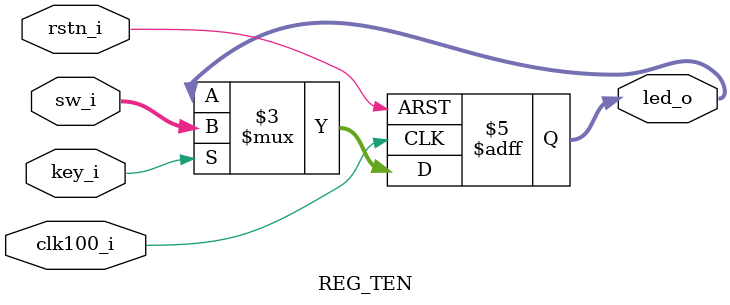
<source format=v>
`timescale 1ns / 1ps

module REG_TEN#(
  parameter DATA_WIDTH = 10
  )
  (
  input                         clk100_i,
  input                         rstn_i,
  
  input       [DATA_WIDTH-1:0]  sw_i,
  input                         key_i,
  
  output  reg [DATA_WIDTH-1:0]  led_o
  );
  
  
always @( posedge clk100_i or negedge rstn_i ) begin
  if ( !rstn_i )
    led_o[DATA_WIDTH-1:0] <= {DATA_WIDTH{1'b0}};
  else 
      if ( key_i )
        led_o[DATA_WIDTH-1:0] <= sw_i[DATA_WIDTH-1:0];
  end
  
endmodule
</source>
